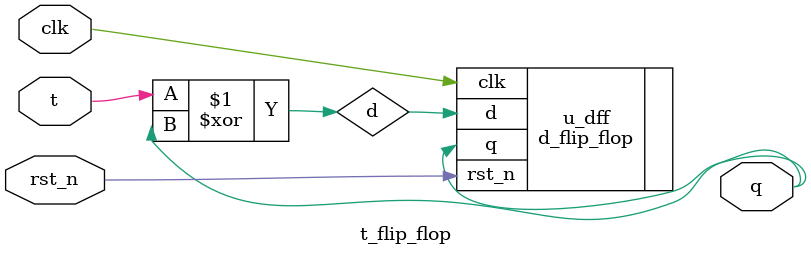
<source format=sv>

module t_flip_flop (
    input  logic clk,     // Clock input
    input  logic rst_n,   // Active-low synchronous reset
    input  logic t,       // T input (Toggle control)
    output logic q        // Output
);

    // Internal wire to hold the next value for D input
    logic d;

    // D = T ^ Q --> Toggles output when T=1, holds when T=0
    assign d = t ^ q;

    // Instantiate 1-bit D Flip-Flop (your parameterized module)
    d_flip_flop u_dff (
        .clk(clk),
        .rst_n(rst_n),
        .d(d),
        .q(q)
    );

endmodule

</source>
